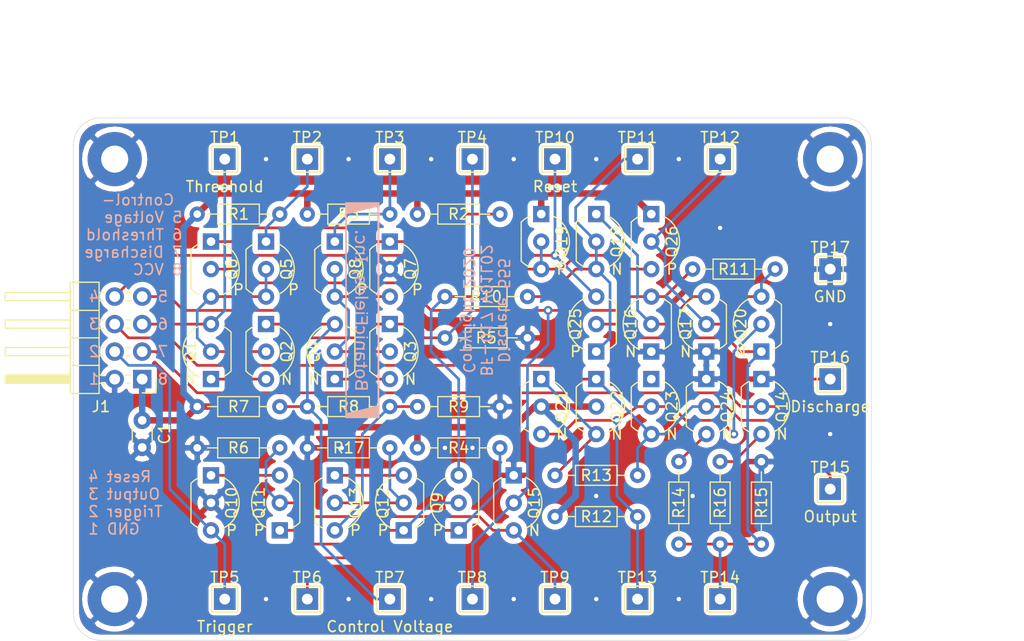
<source format=kicad_pcb>
(kicad_pcb (version 20171130) (host pcbnew "(5.1.6)-1")
  (title_block (title BF-017) (date 2020-06-20) (rev V01L02) (company "Copyright 2020 BotanicFields, Inc.") (comment 1 "Discrete 555"))
  (layers (0 F.Cu signal) (31 B.Cu signal) (34 B.Paste user) (35 F.Paste user) (36 B.SilkS user) (37 F.SilkS user) (38 B.Mask user) (39 F.Mask user) (44 Edge.Cuts user))
  (net 0 "")
  (net 1 GND)
  (net 2 /TRIGGER)
  (net 3 /OUTPUT)
  (net 4 /RESET)
  (net 5 /CONTROL_VOLTAGE)
  (net 6 /THRESHOLD)
  (net 7 /DISCHARGE)
  (net 8 VCC)
  (net 9 "Net-(Q1-Pad2)")
  (net 10 "Net-(Q1-Pad1)")
  (net 11 "Net-(Q2-Pad1)")
  (net 12 "Net-(Q3-Pad2)")
  (net 13 "Net-(Q3-Pad3)")
  (net 14 "Net-(Q5-Pad1)")
  (net 15 "Net-(Q15-Pad2)")
  (net 16 "Net-(Q6-Pad1)")
  (net 17 "Net-(Q8-Pad1)")
  (net 18 "Net-(Q19-Pad2)")
  (net 19 "Net-(Q11-Pad1)")
  (net 20 "Net-(Q9-Pad1)")
  (net 21 "Net-(Q10-Pad1)")
  (net 22 "Net-(Q11-Pad2)")
  (net 23 "Net-(Q12-Pad3)")
  (net 24 "Net-(Q13-Pad3)")
  (net 25 "Net-(Q14-Pad3)")
  (net 26 "Net-(Q16-Pad2)")
  (net 27 "Net-(Q17-Pad2)")
  (net 28 "Net-(Q18-Pad2)")
  (net 29 "Net-(Q20-Pad1)")
  (net 30 "Net-(Q20-Pad2)")
  (net 31 "Net-(Q21-Pad1)")
  (net 32 "Net-(Q23-Pad1)")
  (net 33 "Net-(Q24-Pad3)")
  (net 34 "Net-(Q12-Pad2)")
  (module BF:BF@logo3 (layer B.Cu) (at 153.67 96.52 90)
    (fp_text reference G*** hide)
    (fp_text value LOGO hide)
  )
  (module MountingHole:MountingHole_2.5mm_Pad (layer F.Cu) (at 130.81 82.55)
    (fp_text reference REF** hide)
    (fp_text value MountingHole_2.5mm_Pad hide)
    (pad 1 thru_hole circle (at 0 0) (size 5 5) (drill 2.5) (layers *.Cu *.Mask) (net 1 GND))
  )
  (module MountingHole:MountingHole_2.5mm_Pad (layer F.Cu) (at 196.85 82.55)
    (fp_text reference REF** hide)
    (fp_text value MountingHole_2.5mm_Pad hide)
    (pad 1 thru_hole circle (at 0 0) (size 5 5) (drill 2.5) (layers *.Cu *.Mask) (net 1 GND))
  )
  (module MountingHole:MountingHole_2.5mm_Pad (layer F.Cu) (at 196.85 123.19)
    (fp_text reference REF** hide)
    (fp_text value MountingHole_2.5mm_Pad hide)
    (pad 1 thru_hole circle (at 0 0) (size 5 5) (drill 2.5) (layers *.Cu *.Mask) (net 1 GND))
  )
  (module MountingHole:MountingHole_2.5mm_Pad (layer F.Cu) (at 130.81 123.19)
    (fp_text reference REF** hide)
    (fp_text value MountingHole_2.5mm_Pad hide)
    (pad 1 thru_hole circle (at 0 0) (size 5 5) (drill 2.5) (layers *.Cu *.Mask) (net 1 GND))
  )
  (module Package_TO_SOT_THT:TO-92_Inline_Wide (layer F.Cu) (at 180.34 87.63 270)
    (fp_text reference Q26 (at 2.54 -1.905 90) (layer F.SilkS))
    (fp_text value PNP)
    (pad 1 thru_hole rect (at 0 0) (size 1.5 1.5) (drill 0.8) (layers *.Cu *.Mask) (net 8 VCC))
    (pad 3 thru_hole circle (at 5.08 0) (size 1.5 1.5) (drill 0.8) (layers *.Cu *.Mask) (net 18 "Net-(Q19-Pad2)"))
    (pad 2 thru_hole circle (at 2.54 0) (size 1.5 1.5) (drill 0.8) (layers *.Cu *.Mask) (net 27 "Net-(Q17-Pad2)"))
  )
  (module Package_TO_SOT_THT:TO-92_Inline_Wide (layer F.Cu) (at 170.18 87.63 270)
    (fp_text reference Q19 (at 2.54 -1.905 90) (layer F.SilkS))
    (fp_text value PNP)
    (pad 2 thru_hole circle (at 2.54 0) (size 1.5 1.5) (drill 0.8) (layers *.Cu *.Mask) (net 18 "Net-(Q19-Pad2)"))
    (pad 3 thru_hole circle (at 5.08 0) (size 1.5 1.5) (drill 0.8) (layers *.Cu *.Mask) (net 18 "Net-(Q19-Pad2)"))
    (pad 1 thru_hole rect (at 0 0) (size 1.5 1.5) (drill 0.8) (layers *.Cu *.Mask) (net 8 VCC))
  )
  (module Package_TO_SOT_THT:TO-92_Inline_Wide (layer F.Cu) (at 162.56 116.84 90)
    (fp_text reference Q9 (at 2.54 -1.96 90) (layer F.SilkS))
    (fp_text value PNP)
    (pad 2 thru_hole circle (at 2.54 0 180) (size 1.5 1.5) (drill 0.8) (layers *.Cu *.Mask) (net 19 "Net-(Q11-Pad1)"))
    (pad 3 thru_hole circle (at 5.08 0 180) (size 1.5 1.5) (drill 0.8) (layers *.Cu *.Mask) (net 18 "Net-(Q19-Pad2)"))
    (pad 1 thru_hole rect (at 0 0 180) (size 1.5 1.5) (drill 0.8) (layers *.Cu *.Mask) (net 20 "Net-(Q9-Pad1)"))
  )
  (module Package_TO_SOT_THT:TO-92_Inline_Wide (layer F.Cu) (at 139.7 102.87 90)
    (fp_text reference Q1 (at 2.54 -1.905 90) (layer F.SilkS))
    (fp_text value NPN)
    (pad 2 thru_hole circle (at 2.54 0 180) (size 1.5 1.5) (drill 0.8) (layers *.Cu *.Mask) (net 9 "Net-(Q1-Pad2)"))
    (pad 3 thru_hole circle (at 5.08 0 180) (size 1.5 1.5) (drill 0.8) (layers *.Cu *.Mask) (net 6 /THRESHOLD))
    (pad 1 thru_hole rect (at 0 0 180) (size 1.5 1.5) (drill 0.8) (layers *.Cu *.Mask) (net 10 "Net-(Q1-Pad1)"))
  )
  (module Package_TO_SOT_THT:TO-92_Inline_Wide (layer F.Cu) (at 144.78 97.79 270)
    (fp_text reference Q2 (at 2.54 -1.905 90) (layer F.SilkS))
    (fp_text value NPN)
    (pad 2 thru_hole circle (at 2.54 0) (size 1.5 1.5) (drill 0.8) (layers *.Cu *.Mask) (net 9 "Net-(Q1-Pad2)"))
    (pad 3 thru_hole circle (at 5.08 0) (size 1.5 1.5) (drill 0.8) (layers *.Cu *.Mask) (net 10 "Net-(Q1-Pad1)"))
    (pad 1 thru_hole rect (at 0 0) (size 1.5 1.5) (drill 0.8) (layers *.Cu *.Mask) (net 11 "Net-(Q2-Pad1)"))
  )
  (module Package_TO_SOT_THT:TO-92_Inline_Wide (layer F.Cu) (at 156.21 97.79 270)
    (fp_text reference Q3 (at 2.54 -1.905 90) (layer F.SilkS))
    (fp_text value NPN)
    (pad 1 thru_hole rect (at 0 0) (size 1.5 1.5) (drill 0.8) (layers *.Cu *.Mask) (net 11 "Net-(Q2-Pad1)"))
    (pad 3 thru_hole circle (at 5.08 0) (size 1.5 1.5) (drill 0.8) (layers *.Cu *.Mask) (net 13 "Net-(Q3-Pad3)"))
    (pad 2 thru_hole circle (at 2.54 0) (size 1.5 1.5) (drill 0.8) (layers *.Cu *.Mask) (net 12 "Net-(Q3-Pad2)"))
  )
  (module Package_TO_SOT_THT:TO-92_Inline_Wide (layer F.Cu) (at 151.13 102.87 90)
    (fp_text reference Q4 (at 2.54 -1.905 90) (layer F.SilkS))
    (fp_text value NPN)
    (pad 1 thru_hole rect (at 0 0 180) (size 1.5 1.5) (drill 0.8) (layers *.Cu *.Mask) (net 13 "Net-(Q3-Pad3)"))
    (pad 3 thru_hole circle (at 5.08 0 180) (size 1.5 1.5) (drill 0.8) (layers *.Cu *.Mask) (net 5 /CONTROL_VOLTAGE))
    (pad 2 thru_hole circle (at 2.54 0 180) (size 1.5 1.5) (drill 0.8) (layers *.Cu *.Mask) (net 12 "Net-(Q3-Pad2)"))
  )
  (module Package_TO_SOT_THT:TO-92_Inline_Wide (layer F.Cu) (at 144.78 90.17 270)
    (fp_text reference Q5 (at 2.54 -1.905 90) (layer F.SilkS))
    (fp_text value PNP)
    (pad 2 thru_hole circle (at 2.54 0) (size 1.5 1.5) (drill 0.8) (layers *.Cu *.Mask) (net 9 "Net-(Q1-Pad2)"))
    (pad 3 thru_hole circle (at 5.08 0) (size 1.5 1.5) (drill 0.8) (layers *.Cu *.Mask) (net 9 "Net-(Q1-Pad2)"))
    (pad 1 thru_hole rect (at 0 0) (size 1.5 1.5) (drill 0.8) (layers *.Cu *.Mask) (net 14 "Net-(Q5-Pad1)"))
  )
  (module Package_TO_SOT_THT:TO-92_Inline_Wide (layer F.Cu) (at 139.7 90.17 270)
    (fp_text reference Q6 (at 2.54 -1.905 90) (layer F.SilkS))
    (fp_text value PNP)
    (pad 2 thru_hole circle (at 2.54 0) (size 1.5 1.5) (drill 0.8) (layers *.Cu *.Mask) (net 15 "Net-(Q15-Pad2)"))
    (pad 3 thru_hole circle (at 5.08 0) (size 1.5 1.5) (drill 0.8) (layers *.Cu *.Mask) (net 9 "Net-(Q1-Pad2)"))
    (pad 1 thru_hole rect (at 0 0) (size 1.5 1.5) (drill 0.8) (layers *.Cu *.Mask) (net 16 "Net-(Q6-Pad1)"))
  )
  (module Package_TO_SOT_THT:TO-92_Inline_Wide (layer F.Cu) (at 156.21 90.17 270)
    (fp_text reference Q7 (at 2.54 -1.905 90) (layer F.SilkS))
    (fp_text value PNP)
    (pad 2 thru_hole circle (at 2.54 0) (size 1.5 1.5) (drill 0.8) (layers *.Cu *.Mask) (net 1 GND))
    (pad 3 thru_hole circle (at 5.08 0) (size 1.5 1.5) (drill 0.8) (layers *.Cu *.Mask) (net 12 "Net-(Q3-Pad2)"))
    (pad 1 thru_hole rect (at 0 0) (size 1.5 1.5) (drill 0.8) (layers *.Cu *.Mask) (net 16 "Net-(Q6-Pad1)"))
  )
  (module Package_TO_SOT_THT:TO-92_Inline_Wide (layer F.Cu) (at 151.13 90.17 270)
    (fp_text reference Q8 (at 2.54 -1.905 90) (layer F.SilkS))
    (fp_text value PNP)
    (pad 1 thru_hole rect (at 0 0) (size 1.5 1.5) (drill 0.8) (layers *.Cu *.Mask) (net 17 "Net-(Q8-Pad1)"))
    (pad 3 thru_hole circle (at 5.08 0) (size 1.5 1.5) (drill 0.8) (layers *.Cu *.Mask) (net 12 "Net-(Q3-Pad2)"))
    (pad 2 thru_hole circle (at 2.54 0) (size 1.5 1.5) (drill 0.8) (layers *.Cu *.Mask) (net 12 "Net-(Q3-Pad2)"))
  )
  (module Package_TO_SOT_THT:TO-92_Inline_Wide (layer F.Cu) (at 139.7 111.76 270)
    (fp_text reference Q10 (at 2.54 -1.905 90) (layer F.SilkS))
    (fp_text value PNP)
    (pad 2 thru_hole circle (at 2.54 0) (size 1.5 1.5) (drill 0.8) (layers *.Cu *.Mask) (net 1 GND))
    (pad 3 thru_hole circle (at 5.08 0) (size 1.5 1.5) (drill 0.8) (layers *.Cu *.Mask) (net 2 /TRIGGER))
    (pad 1 thru_hole rect (at 0 0) (size 1.5 1.5) (drill 0.8) (layers *.Cu *.Mask) (net 21 "Net-(Q10-Pad1)"))
  )
  (module Package_TO_SOT_THT:TO-92_Inline_Wide (layer F.Cu) (at 146.05 116.84 90)
    (fp_text reference Q11 (at 2.54 -1.905 90) (layer F.SilkS))
    (fp_text value PNP)
    (pad 2 thru_hole circle (at 2.54 0 180) (size 1.5 1.5) (drill 0.8) (layers *.Cu *.Mask) (net 22 "Net-(Q11-Pad2)"))
    (pad 3 thru_hole circle (at 5.08 0 180) (size 1.5 1.5) (drill 0.8) (layers *.Cu *.Mask) (net 21 "Net-(Q10-Pad1)"))
    (pad 1 thru_hole rect (at 0 0 180) (size 1.5 1.5) (drill 0.8) (layers *.Cu *.Mask) (net 19 "Net-(Q11-Pad1)"))
  )
  (module Package_TO_SOT_THT:TO-92_Inline_Wide (layer F.Cu) (at 157.48 116.84 90)
    (fp_text reference Q12 (at 2.54 -1.905 90) (layer F.SilkS))
    (fp_text value PNP)
    (pad 1 thru_hole rect (at 0 0 180) (size 1.5 1.5) (drill 0.8) (layers *.Cu *.Mask) (net 19 "Net-(Q11-Pad1)"))
    (pad 3 thru_hole circle (at 5.08 0 180) (size 1.5 1.5) (drill 0.8) (layers *.Cu *.Mask) (net 23 "Net-(Q12-Pad3)"))
    (pad 2 thru_hole circle (at 2.54 0 180) (size 1.5 1.5) (drill 0.8) (layers *.Cu *.Mask) (net 34 "Net-(Q12-Pad2)"))
  )
  (module Package_TO_SOT_THT:TO-92_Inline_Wide (layer F.Cu) (at 151.13 111.76 270)
    (fp_text reference Q13 (at 2.54 -1.905 90) (layer F.SilkS))
    (fp_text value PNP)
    (pad 1 thru_hole rect (at 0 0) (size 1.5 1.5) (drill 0.8) (layers *.Cu *.Mask) (net 23 "Net-(Q12-Pad3)"))
    (pad 3 thru_hole circle (at 5.08 0) (size 1.5 1.5) (drill 0.8) (layers *.Cu *.Mask) (net 24 "Net-(Q13-Pad3)"))
    (pad 2 thru_hole circle (at 2.54 0) (size 1.5 1.5) (drill 0.8) (layers *.Cu *.Mask) (net 34 "Net-(Q12-Pad2)"))
  )
  (module Package_TO_SOT_THT:TO-92_Inline_Wide (layer F.Cu) (at 190.5 102.87 270)
    (fp_text reference Q14 (at 2.54 -1.905 90) (layer F.SilkS))
    (fp_text value NPN)
    (pad 1 thru_hole rect (at 0 0) (size 1.5 1.5) (drill 0.8) (layers *.Cu *.Mask) (net 1 GND))
    (pad 3 thru_hole circle (at 5.08 0) (size 1.5 1.5) (drill 0.8) (layers *.Cu *.Mask) (net 25 "Net-(Q14-Pad3)"))
    (pad 2 thru_hole circle (at 2.54 0) (size 1.5 1.5) (drill 0.8) (layers *.Cu *.Mask) (net 7 /DISCHARGE))
  )
  (module Package_TO_SOT_THT:TO-92_Inline_Wide (layer F.Cu) (at 167.64 111.76 270)
    (fp_text reference Q15 (at 2.54 -1.905 90) (layer F.SilkS))
    (fp_text value NPN)
    (pad 1 thru_hole rect (at 0 0) (size 1.5 1.5) (drill 0.8) (layers *.Cu *.Mask) (net 1 GND))
    (pad 3 thru_hole circle (at 5.08 0) (size 1.5 1.5) (drill 0.8) (layers *.Cu *.Mask) (net 22 "Net-(Q11-Pad2)"))
    (pad 2 thru_hole circle (at 2.54 0) (size 1.5 1.5) (drill 0.8) (layers *.Cu *.Mask) (net 15 "Net-(Q15-Pad2)"))
  )
  (module Package_TO_SOT_THT:TO-92_Inline_Wide (layer F.Cu) (at 180.34 100.33 90)
    (fp_text reference Q16 (at 2.54 -1.905 90) (layer F.SilkS))
    (fp_text value NPN)
    (pad 2 thru_hole circle (at 2.54 0 180) (size 1.5 1.5) (drill 0.8) (layers *.Cu *.Mask) (net 26 "Net-(Q16-Pad2)"))
    (pad 3 thru_hole circle (at 5.08 0 180) (size 1.5 1.5) (drill 0.8) (layers *.Cu *.Mask) (net 15 "Net-(Q15-Pad2)"))
    (pad 1 thru_hole rect (at 0 0 180) (size 1.5 1.5) (drill 0.8) (layers *.Cu *.Mask) (net 1 GND))
  )
  (module Package_TO_SOT_THT:TO-92_Inline_Wide (layer F.Cu) (at 185.42 100.33 90)
    (fp_text reference Q17 (at 2.54 -1.905 90) (layer F.SilkS))
    (fp_text value NPN)
    (pad 1 thru_hole rect (at 0 0 180) (size 1.5 1.5) (drill 0.8) (layers *.Cu *.Mask) (net 1 GND))
    (pad 3 thru_hole circle (at 5.08 0 180) (size 1.5 1.5) (drill 0.8) (layers *.Cu *.Mask) (net 26 "Net-(Q16-Pad2)"))
    (pad 2 thru_hole circle (at 2.54 0 180) (size 1.5 1.5) (drill 0.8) (layers *.Cu *.Mask) (net 27 "Net-(Q17-Pad2)"))
  )
  (module Package_TO_SOT_THT:TO-92_Inline_Wide (layer F.Cu) (at 175.26 87.63 270)
    (fp_text reference Q18 (at 2.54 -1.905 90) (layer F.SilkS))
    (fp_text value NPN)
    (pad 1 thru_hole rect (at 0 0) (size 1.5 1.5) (drill 0.8) (layers *.Cu *.Mask) (net 26 "Net-(Q16-Pad2)"))
    (pad 3 thru_hole circle (at 5.08 0) (size 1.5 1.5) (drill 0.8) (layers *.Cu *.Mask) (net 28 "Net-(Q18-Pad2)"))
    (pad 2 thru_hole circle (at 2.54 0) (size 1.5 1.5) (drill 0.8) (layers *.Cu *.Mask) (net 28 "Net-(Q18-Pad2)"))
  )
  (module Package_TO_SOT_THT:TO-92_Inline_Wide (layer F.Cu) (at 190.5 100.33 90)
    (fp_text reference Q20 (at 2.54 -1.905 90) (layer F.SilkS))
    (fp_text value NPN)
    (pad 2 thru_hole circle (at 2.54 0 180) (size 1.5 1.5) (drill 0.8) (layers *.Cu *.Mask) (net 30 "Net-(Q20-Pad2)"))
    (pad 3 thru_hole circle (at 5.08 0 180) (size 1.5 1.5) (drill 0.8) (layers *.Cu *.Mask) (net 27 "Net-(Q17-Pad2)"))
    (pad 1 thru_hole rect (at 0 0 180) (size 1.5 1.5) (drill 0.8) (layers *.Cu *.Mask) (net 29 "Net-(Q20-Pad1)"))
  )
  (module Package_TO_SOT_THT:TO-92_Inline_Wide (layer F.Cu) (at 180.34 102.87 270)
    (fp_text reference Q23 (at 2.54 -1.905 90) (layer F.SilkS))
    (fp_text value NPN)
    (pad 2 thru_hole circle (at 2.54 0) (size 1.5 1.5) (drill 0.8) (layers *.Cu *.Mask) (net 30 "Net-(Q20-Pad2)"))
    (pad 3 thru_hole circle (at 5.08 0) (size 1.5 1.5) (drill 0.8) (layers *.Cu *.Mask) (net 3 /OUTPUT))
    (pad 1 thru_hole rect (at 0 0) (size 1.5 1.5) (drill 0.8) (layers *.Cu *.Mask) (net 32 "Net-(Q23-Pad1)"))
  )
  (module Package_TO_SOT_THT:TO-92_Inline_Wide (layer F.Cu) (at 185.42 102.87 270)
    (fp_text reference Q24 (at 2.54 -1.905 90) (layer F.SilkS))
    (fp_text value NPN)
    (pad 1 thru_hole rect (at 0 0) (size 1.5 1.5) (drill 0.8) (layers *.Cu *.Mask) (net 1 GND))
    (pad 3 thru_hole circle (at 5.08 0) (size 1.5 1.5) (drill 0.8) (layers *.Cu *.Mask) (net 33 "Net-(Q24-Pad3)"))
    (pad 2 thru_hole circle (at 2.54 0) (size 1.5 1.5) (drill 0.8) (layers *.Cu *.Mask) (net 3 /OUTPUT))
  )
  (module Package_TO_SOT_THT:TO-92_Inline_Wide (layer F.Cu) (at 175.26 100.33 90)
    (fp_text reference Q25 (at 2.54 -1.905 90) (layer F.SilkS))
    (fp_text value PNP)
    (pad 1 thru_hole rect (at 0 0 180) (size 1.5 1.5) (drill 0.8) (layers *.Cu *.Mask) (net 28 "Net-(Q18-Pad2)"))
    (pad 3 thru_hole circle (at 5.08 0 180) (size 1.5 1.5) (drill 0.8) (layers *.Cu *.Mask) (net 4 /RESET))
    (pad 2 thru_hole circle (at 2.54 0 180) (size 1.5 1.5) (drill 0.8) (layers *.Cu *.Mask) (net 29 "Net-(Q20-Pad1)"))
  )
  (module TestPoint:TestPoint_THTPad_2.0x2.0mm_Drill1.0mm (layer F.Cu) (at 140.97 82.55)
    (fp_text reference TP1 (at 0 -1.998) (layer F.SilkS))
    (fp_text value TestPoint hide)
    (pad 1 thru_hole rect (at 0 0) (size 2 2) (drill 1) (layers *.Cu *.Mask) (net 6 /THRESHOLD))
  )
  (module TestPoint:TestPoint_THTPad_2.0x2.0mm_Drill1.0mm (layer F.Cu) (at 148.59 82.55)
    (fp_text reference TP2 (at 0 -1.998) (layer F.SilkS))
    (fp_text value TestPoint hide)
    (pad 1 thru_hole rect (at 0 0) (size 2 2) (drill 1) (layers *.Cu *.Mask) (net 14 "Net-(Q5-Pad1)"))
  )
  (module TestPoint:TestPoint_THTPad_2.0x2.0mm_Drill1.0mm (layer F.Cu) (at 156.21 82.55)
    (fp_text reference TP3 (at 0 -1.998) (layer F.SilkS))
    (fp_text value TestPoint hide)
    (pad 1 thru_hole rect (at 0 0) (size 2 2) (drill 1) (layers *.Cu *.Mask) (net 17 "Net-(Q8-Pad1)"))
  )
  (module TestPoint:TestPoint_THTPad_2.0x2.0mm_Drill1.0mm (layer F.Cu) (at 163.83 82.55)
    (fp_text reference TP4 (at 0 -1.998) (layer F.SilkS))
    (fp_text value TestPoint hide)
    (pad 1 thru_hole rect (at 0 0) (size 2 2) (drill 1) (layers *.Cu *.Mask) (net 11 "Net-(Q2-Pad1)"))
  )
  (module TestPoint:TestPoint_THTPad_2.0x2.0mm_Drill1.0mm (layer F.Cu) (at 140.97 123.19)
    (fp_text reference TP5 (at 0 -1.998) (layer F.SilkS))
    (fp_text value TestPoint hide)
    (pad 1 thru_hole rect (at 0 0) (size 2 2) (drill 1) (layers *.Cu *.Mask) (net 2 /TRIGGER))
  )
  (module TestPoint:TestPoint_THTPad_2.0x2.0mm_Drill1.0mm (layer F.Cu) (at 148.59 123.19)
    (fp_text reference TP6 (at 0 -1.998) (layer F.SilkS))
    (fp_text value TestPoint hide)
    (pad 1 thru_hole rect (at 0 0) (size 2 2) (drill 1) (layers *.Cu *.Mask) (net 20 "Net-(Q9-Pad1)"))
  )
  (module TestPoint:TestPoint_THTPad_2.0x2.0mm_Drill1.0mm (layer F.Cu) (at 156.21 123.19)
    (fp_text reference TP7 (at 0 -1.998) (layer F.SilkS))
    (fp_text value TestPoint hide)
    (pad 1 thru_hole rect (at 0 0) (size 2 2) (drill 1) (layers *.Cu *.Mask) (net 5 /CONTROL_VOLTAGE))
  )
  (module TestPoint:TestPoint_THTPad_2.0x2.0mm_Drill1.0mm (layer F.Cu) (at 163.83 123.19)
    (fp_text reference TP8 (at 0 -1.998) (layer F.SilkS))
    (fp_text value TestPoint hide)
    (pad 1 thru_hole rect (at 0 0) (size 2 2) (drill 1) (layers *.Cu *.Mask) (net 15 "Net-(Q15-Pad2)"))
  )
  (module TestPoint:TestPoint_THTPad_2.0x2.0mm_Drill1.0mm (layer F.Cu) (at 171.45 123.19)
    (fp_text reference TP9 (at 0 -1.998) (layer F.SilkS))
    (fp_text value TestPoint hide)
    (pad 1 thru_hole rect (at 0 0) (size 2 2) (drill 1) (layers *.Cu *.Mask) (net 22 "Net-(Q11-Pad2)"))
  )
  (module TestPoint:TestPoint_THTPad_2.0x2.0mm_Drill1.0mm (layer F.Cu) (at 171.45 82.55)
    (fp_text reference TP10 (at 0 -1.998) (layer F.SilkS))
    (fp_text value TestPoint hide)
    (pad 1 thru_hole rect (at 0 0) (size 2 2) (drill 1) (layers *.Cu *.Mask) (net 4 /RESET))
  )
  (module TestPoint:TestPoint_THTPad_2.0x2.0mm_Drill1.0mm (layer F.Cu) (at 179.07 82.55)
    (fp_text reference TP11 (at 0 -1.998) (layer F.SilkS))
    (fp_text value TestPoint hide)
    (pad 1 thru_hole rect (at 0 0) (size 2 2) (drill 1) (layers *.Cu *.Mask) (net 28 "Net-(Q18-Pad2)"))
  )
  (module TestPoint:TestPoint_THTPad_2.0x2.0mm_Drill1.0mm (layer F.Cu) (at 186.69 82.55)
    (fp_text reference TP12 (at 0 -1.998) (layer F.SilkS))
    (fp_text value TestPoint hide)
    (pad 1 thru_hole rect (at 0 0) (size 2 2) (drill 1) (layers *.Cu *.Mask) (net 27 "Net-(Q17-Pad2)"))
  )
  (module TestPoint:TestPoint_THTPad_2.0x2.0mm_Drill1.0mm (layer F.Cu) (at 179.07 123.19)
    (fp_text reference TP13 (at 0 -1.998) (layer F.SilkS))
    (fp_text value TestPoint hide)
    (pad 1 thru_hole rect (at 0 0) (size 2 2) (drill 1) (layers *.Cu *.Mask) (net 30 "Net-(Q20-Pad2)"))
  )
  (module TestPoint:TestPoint_THTPad_2.0x2.0mm_Drill1.0mm (layer F.Cu) (at 186.69 123.19)
    (fp_text reference TP14 (at 0 -1.998) (layer F.SilkS))
    (fp_text value TestPoint hide)
    (pad 1 thru_hole rect (at 0 0) (size 2 2) (drill 1) (layers *.Cu *.Mask) (net 29 "Net-(Q20-Pad1)"))
  )
  (module TestPoint:TestPoint_THTPad_2.0x2.0mm_Drill1.0mm (layer F.Cu) (at 196.85 113.03)
    (fp_text reference TP15 (at 0 -1.998) (layer F.SilkS))
    (fp_text value TestPoint hide)
    (pad 1 thru_hole rect (at 0 0) (size 2 2) (drill 1) (layers *.Cu *.Mask) (net 3 /OUTPUT))
  )
  (module TestPoint:TestPoint_THTPad_2.0x2.0mm_Drill1.0mm (layer F.Cu) (at 196.85 102.87)
    (fp_text reference TP16 (at 0 -1.998) (layer F.SilkS))
    (fp_text value TestPoint hide)
    (pad 1 thru_hole rect (at 0 0) (size 2 2) (drill 1) (layers *.Cu *.Mask) (net 7 /DISCHARGE))
  )
  (module Connector_PinHeader_2.54mm:PinHeader_2x04_P2.54mm_Horizontal (layer F.Cu) (at 133.35 102.87 180)
    (fp_text reference J1 (at 3.81 -2.54) (layer F.SilkS))
    (fp_text value 555 hide)
    (pad 1 thru_hole rect (at 0 0 180) (size 1.7 1.7) (drill 1) (layers *.Cu *.Mask) (net 8 VCC))
    (pad 2 thru_hole oval (at 2.54 0 180) (size 1.7 1.7) (drill 1) (layers *.Cu *.Mask) (net 1 GND))
    (pad 3 thru_hole oval (at 0 2.54 180) (size 1.7 1.7) (drill 1) (layers *.Cu *.Mask) (net 7 /DISCHARGE))
    (pad 4 thru_hole oval (at 2.54 2.54 180) (size 1.7 1.7) (drill 1) (layers *.Cu *.Mask) (net 2 /TRIGGER))
    (pad 5 thru_hole oval (at 0 5.08 180) (size 1.7 1.7) (drill 1) (layers *.Cu *.Mask) (net 6 /THRESHOLD))
    (pad 6 thru_hole oval (at 2.54 5.08 180) (size 1.7 1.7) (drill 1) (layers *.Cu *.Mask) (net 3 /OUTPUT))
    (pad 7 thru_hole oval (at 0 7.62 180) (size 1.7 1.7) (drill 1) (layers *.Cu *.Mask) (net 5 /CONTROL_VOLTAGE))
    (pad 8 thru_hole oval (at 2.54 7.62 180) (size 1.7 1.7) (drill 1) (layers *.Cu *.Mask) (net 4 /RESET))
  )
  (module Resistor_THT:R_Axial_DIN0204_L3.6mm_D1.6mm_P7.62mm_Horizontal (layer F.Cu) (at 138.43 87.63)
    (fp_text reference R1 (at 3.81 0) (layer F.SilkS))
    (fp_text value 4.7k)
    (pad 2 thru_hole oval (at 7.62 0) (size 1.4 1.4) (drill 0.7) (layers *.Cu *.Mask) (net 14 "Net-(Q5-Pad1)"))
    (pad 1 thru_hole circle (at 0 0) (size 1.4 1.4) (drill 0.7) (layers *.Cu *.Mask) (net 8 VCC))
  )
  (module Resistor_THT:R_Axial_DIN0204_L3.6mm_D1.6mm_P7.62mm_Horizontal (layer F.Cu) (at 158.75 87.63)
    (fp_text reference R2 (at 3.81 0) (layer F.SilkS))
    (fp_text value 820)
    (pad 1 thru_hole circle (at 0 0) (size 1.4 1.4) (drill 0.7) (layers *.Cu *.Mask) (net 8 VCC))
    (pad 2 thru_hole oval (at 7.62 0) (size 1.4 1.4) (drill 0.7) (layers *.Cu *.Mask) (net 16 "Net-(Q6-Pad1)"))
  )
  (module Resistor_THT:R_Axial_DIN0204_L3.6mm_D1.6mm_P7.62mm_Horizontal (layer F.Cu) (at 148.59 87.63)
    (fp_text reference R3 (at 3.81 0) (layer F.SilkS))
    (fp_text value 4.7k)
    (pad 2 thru_hole oval (at 7.62 0) (size 1.4 1.4) (drill 0.7) (layers *.Cu *.Mask) (net 17 "Net-(Q8-Pad1)"))
    (pad 1 thru_hole circle (at 0 0) (size 1.4 1.4) (drill 0.7) (layers *.Cu *.Mask) (net 8 VCC))
  )
  (module Resistor_THT:R_Axial_DIN0204_L3.6mm_D1.6mm_P7.62mm_Horizontal (layer F.Cu) (at 158.75 109.22)
    (fp_text reference R4 (at 3.81 0) (layer F.SilkS))
    (fp_text value 1k)
    (pad 1 thru_hole circle (at 0 0) (size 1.4 1.4) (drill 0.7) (layers *.Cu *.Mask) (net 8 VCC))
    (pad 2 thru_hole oval (at 7.62 0) (size 1.4 1.4) (drill 0.7) (layers *.Cu *.Mask) (net 20 "Net-(Q9-Pad1)"))
  )
  (module Resistor_THT:R_Axial_DIN0204_L3.6mm_D1.6mm_P7.62mm_Horizontal (layer F.Cu) (at 161.29 99.06)
    (fp_text reference R5 (at 3.81 0) (layer F.SilkS))
    (fp_text value 10k)
    (pad 1 thru_hole circle (at 0 0) (size 1.4 1.4) (drill 0.7) (layers *.Cu *.Mask) (net 11 "Net-(Q2-Pad1)"))
    (pad 2 thru_hole oval (at 7.62 0) (size 1.4 1.4) (drill 0.7) (layers *.Cu *.Mask) (net 1 GND))
  )
  (module Resistor_THT:R_Axial_DIN0204_L3.6mm_D1.6mm_P7.62mm_Horizontal (layer F.Cu) (at 146.05 109.22 180)
    (fp_text reference R6 (at 3.81 0) (layer F.SilkS))
    (fp_text value 100k)
    (pad 2 thru_hole oval (at 7.62 0 180) (size 1.4 1.4) (drill 0.7) (layers *.Cu *.Mask) (net 1 GND))
    (pad 1 thru_hole circle (at 0 0 180) (size 1.4 1.4) (drill 0.7) (layers *.Cu *.Mask) (net 22 "Net-(Q11-Pad2)"))
  )
  (module Resistor_THT:R_Axial_DIN0204_L3.6mm_D1.6mm_P7.62mm_Horizontal (layer F.Cu) (at 138.43 105.41)
    (fp_text reference R7 (at 3.81 0) (layer F.SilkS))
    (fp_text value 5k)
    (pad 2 thru_hole oval (at 7.62 0) (size 1.4 1.4) (drill 0.7) (layers *.Cu *.Mask) (net 5 /CONTROL_VOLTAGE))
    (pad 1 thru_hole circle (at 0 0) (size 1.4 1.4) (drill 0.7) (layers *.Cu *.Mask) (net 8 VCC))
  )
  (module Resistor_THT:R_Axial_DIN0204_L3.6mm_D1.6mm_P7.62mm_Horizontal (layer F.Cu) (at 148.59 105.41)
    (fp_text reference R8 (at 3.81 0) (layer F.SilkS))
    (fp_text value 5k)
    (pad 1 thru_hole circle (at 0 0) (size 1.4 1.4) (drill 0.7) (layers *.Cu *.Mask) (net 5 /CONTROL_VOLTAGE))
    (pad 2 thru_hole oval (at 7.62 0) (size 1.4 1.4) (drill 0.7) (layers *.Cu *.Mask) (net 24 "Net-(Q13-Pad3)"))
  )
  (module Resistor_THT:R_Axial_DIN0204_L3.6mm_D1.6mm_P7.62mm_Horizontal (layer F.Cu) (at 158.75 105.41)
    (fp_text reference R9 (at 3.81 0) (layer F.SilkS))
    (fp_text value 5k)
    (pad 2 thru_hole oval (at 7.62 0) (size 1.4 1.4) (drill 0.7) (layers *.Cu *.Mask) (net 1 GND))
    (pad 1 thru_hole circle (at 0 0) (size 1.4 1.4) (drill 0.7) (layers *.Cu *.Mask) (net 24 "Net-(Q13-Pad3)"))
  )
  (module Resistor_THT:R_Axial_DIN0204_L3.6mm_D1.6mm_P7.62mm_Horizontal (layer F.Cu) (at 161.29 95.25)
    (fp_text reference R10 (at 3.81 0) (layer F.SilkS))
    (fp_text value 10k)
    (pad 2 thru_hole oval (at 7.62 0) (size 1.4 1.4) (drill 0.7) (layers *.Cu *.Mask) (net 28 "Net-(Q18-Pad2)"))
    (pad 1 thru_hole circle (at 0 0) (size 1.4 1.4) (drill 0.7) (layers *.Cu *.Mask) (net 18 "Net-(Q19-Pad2)"))
  )
  (module Resistor_THT:R_Axial_DIN0204_L3.6mm_D1.6mm_P7.62mm_Horizontal (layer F.Cu) (at 184.15 92.71)
    (fp_text reference R11 (at 3.81 0) (layer F.SilkS))
    (fp_text value 4.7k)
    (pad 1 thru_hole circle (at 0 0) (size 1.4 1.4) (drill 0.7) (layers *.Cu *.Mask) (net 15 "Net-(Q15-Pad2)"))
    (pad 2 thru_hole oval (at 7.62 0) (size 1.4 1.4) (drill 0.7) (layers *.Cu *.Mask) (net 27 "Net-(Q17-Pad2)"))
  )
  (module Resistor_THT:R_Axial_DIN0204_L3.6mm_D1.6mm_P7.62mm_Horizontal (layer F.Cu) (at 171.45 115.57)
    (fp_text reference R12 (at 3.81 0) (layer F.SilkS))
    (fp_text value 6.8k)
    (pad 2 thru_hole oval (at 7.62 0) (size 1.4 1.4) (drill 0.7) (layers *.Cu *.Mask) (net 30 "Net-(Q20-Pad2)"))
    (pad 1 thru_hole circle (at 0 0) (size 1.4 1.4) (drill 0.7) (layers *.Cu *.Mask) (net 8 VCC))
  )
  (module Resistor_THT:R_Axial_DIN0204_L3.6mm_D1.6mm_P7.62mm_Horizontal (layer F.Cu) (at 171.45 111.76)
    (fp_text reference R13 (at 3.81 0) (layer F.SilkS))
    (fp_text value 3.9k)
    (pad 1 thru_hole circle (at 0 0) (size 1.4 1.4) (drill 0.7) (layers *.Cu *.Mask) (net 31 "Net-(Q21-Pad1)"))
    (pad 2 thru_hole oval (at 7.62 0) (size 1.4 1.4) (drill 0.7) (layers *.Cu *.Mask) (net 3 /OUTPUT))
  )
  (module Resistor_THT:R_Axial_DIN0204_L3.6mm_D1.6mm_P7.62mm_Horizontal (layer F.Cu) (at 182.88 110.49 270)
    (fp_text reference R14 (at 3.81 0 90) (layer F.SilkS))
    (fp_text value 220)
    (pad 1 thru_hole circle (at 0 0 270) (size 1.4 1.4) (drill 0.7) (layers *.Cu *.Mask) (net 33 "Net-(Q24-Pad3)"))
    (pad 2 thru_hole oval (at 7.62 0 270) (size 1.4 1.4) (drill 0.7) (layers *.Cu *.Mask) (net 29 "Net-(Q20-Pad1)"))
  )
  (module Resistor_THT:R_Axial_DIN0204_L3.6mm_D1.6mm_P7.62mm_Horizontal (layer F.Cu) (at 190.5 118.11 90)
    (fp_text reference R15 (at 3.81 0 90) (layer F.SilkS))
    (fp_text value 4.7k)
    (pad 2 thru_hole oval (at 7.62 0 90) (size 1.4 1.4) (drill 0.7) (layers *.Cu *.Mask) (net 1 GND))
    (pad 1 thru_hole circle (at 0 0 90) (size 1.4 1.4) (drill 0.7) (layers *.Cu *.Mask) (net 29 "Net-(Q20-Pad1)"))
  )
  (module Resistor_THT:R_Axial_DIN0204_L3.6mm_D1.6mm_P7.62mm_Horizontal (layer F.Cu) (at 186.69 110.49 270)
    (fp_text reference R16 (at 3.81 0 90) (layer F.SilkS))
    (fp_text value 100)
    (pad 1 thru_hole circle (at 0 0 270) (size 1.4 1.4) (drill 0.7) (layers *.Cu *.Mask) (net 25 "Net-(Q14-Pad3)"))
    (pad 2 thru_hole oval (at 7.62 0 270) (size 1.4 1.4) (drill 0.7) (layers *.Cu *.Mask) (net 29 "Net-(Q20-Pad1)"))
  )
  (module Resistor_THT:R_Axial_DIN0204_L3.6mm_D1.6mm_P7.62mm_Horizontal (layer F.Cu) (at 156.21 109.22 180)
    (fp_text reference R17 (at 3.81 0) (layer F.SilkS))
    (fp_text value 0)
    (pad 1 thru_hole circle (at 0 0 180) (size 1.4 1.4) (drill 0.7) (layers *.Cu *.Mask) (net 34 "Net-(Q12-Pad2)"))
    (pad 2 thru_hole oval (at 7.62 0 180) (size 1.4 1.4) (drill 0.7) (layers *.Cu *.Mask) (net 1 GND))
  )
  (module Package_TO_SOT_THT:TO-92_Inline_Wide (layer F.Cu) (at 170.18 102.87 270)
    (fp_text reference Q21 (at 2.54 -1.905 90) (layer F.SilkS))
    (fp_text value NPN)
    (pad 2 thru_hole circle (at 2.54 0) (size 1.5 1.5) (drill 0.8) (layers *.Cu *.Mask) (net 8 VCC))
    (pad 3 thru_hole circle (at 5.08 0) (size 1.5 1.5) (drill 0.8) (layers *.Cu *.Mask) (net 30 "Net-(Q20-Pad2)"))
    (pad 1 thru_hole rect (at 0 0) (size 1.5 1.5) (drill 0.8) (layers *.Cu *.Mask) (net 31 "Net-(Q21-Pad1)"))
  )
  (module Package_TO_SOT_THT:TO-92_Inline_Wide (layer F.Cu) (at 175.26 102.87 270)
    (fp_text reference Q22 (at 2.54 -1.905 90) (layer F.SilkS))
    (fp_text value NPN)
    (pad 1 thru_hole rect (at 0 0) (size 1.5 1.5) (drill 0.8) (layers *.Cu *.Mask) (net 3 /OUTPUT))
    (pad 3 thru_hole circle (at 5.08 0) (size 1.5 1.5) (drill 0.8) (layers *.Cu *.Mask) (net 31 "Net-(Q21-Pad1)"))
    (pad 2 thru_hole circle (at 2.54 0) (size 1.5 1.5) (drill 0.8) (layers *.Cu *.Mask) (net 8 VCC))
  )
  (module Capacitor_THT:C_Disc_D3.0mm_W1.6mm_P2.50mm (layer F.Cu) (at 133.35 106.68 270)
    (fp_text reference C1 (at 1.25 -2.05 90) (layer F.SilkS))
    (fp_text value 100n)
    (pad 1 thru_hole circle (at 0 0 270) (size 1.6 1.6) (drill 0.8) (layers *.Cu *.Mask) (net 8 VCC))
    (pad 2 thru_hole circle (at 2.5 0 270) (size 1.6 1.6) (drill 0.8) (layers *.Cu *.Mask) (net 1 GND))
  )
  (module TestPoint:TestPoint_THTPad_2.0x2.0mm_Drill1.0mm (layer F.Cu) (at 196.85 92.71)
    (fp_text reference TP17 (at 0 -1.998) (layer F.SilkS))
    (fp_text value TestPoint hide)
    (pad 1 thru_hole rect (at 0 0) (size 2 2) (drill 1) (layers *.Cu *.Mask) (net 1 GND))
  )
  (gr_text 8 (at 135.255 102.87) (layer B.SilkS) (effects (font (size 1 1)) (justify mirror)))
  (gr_text 7 (at 135.255 100.33) (layer B.SilkS) (effects (font (size 1 1)) (justify mirror)))
  (gr_text 6 (at 135.255 97.79) (layer B.SilkS) (effects (font (size 1 1)) (justify mirror)))
  (gr_text 5 (at 135.255 95.25) (layer B.SilkS) (effects (font (size 1 1)) (justify mirror)))
  (gr_text 4 (at 128.905 95.25) (layer B.SilkS) (effects (font (size 1 1)) (justify mirror)))
  (gr_text 3 (at 128.905 97.79) (layer B.SilkS) (effects (font (size 1 1)) (justify mirror)))
  (gr_text 2 (at 128.905 100.33) (layer B.SilkS) (effects (font (size 1 1)) (justify mirror)))
  (gr_text 1 (at 128.905 102.87) (layer B.SilkS) (effects (font (size 1 1)) (justify mirror)))
  (gr_text " Control-\n5 Voltage\n6 Threshold\n7 Discharge\n8 VCC" (at 137.16 89.535) (layer B.SilkS) (effects (font (size 1 1)) (justify left mirror)))
  (gr_text "Reset 4\nOutput 3\nTrigger 2\nGND 1" (at 128.27 114.3) (layer B.SilkS) (effects (font (size 1 1)) (justify right mirror)))
  (gr_arc (start 129.54 124.46) (end 127 124.46) (angle -90) (layer Edge.Cuts) (width 0.05))
  (gr_arc (start 198.12 124.46) (end 198.12 127) (angle -90) (layer Edge.Cuts) (width 0.05))
  (gr_arc (start 198.12 81.28) (end 200.66 81.28) (angle -90) (layer Edge.Cuts) (width 0.05))
  (gr_arc (start 129.54 81.28) (end 129.54 78.74) (angle -90) (layer Edge.Cuts) (width 0.05))
  (gr_line (start 127 124.46) (end 127 81.28) (layer Edge.Cuts) (width 0.05))
  (gr_line (start 198.12 127) (end 129.54 127) (layer Edge.Cuts) (width 0.05))
  (gr_line (start 200.66 81.28) (end 200.66 124.46) (layer Edge.Cuts) (width 0.05))
  (gr_line (start 129.54 78.74) (end 198.12 78.74) (layer Edge.Cuts) (width 0.05))
  (gr_text "Discrete 555\nBF-017 V01L02\nCopyright 2020" (at 165.1 96.52 270) (layer B.SilkS) (effects (font (size 1 1)) (justify mirror)))
  (gr_text GND (at 196.85 95.25) (layer F.SilkS) (effects (font (size 1 1))))
  (gr_text Discharge (at 196.85 105.41) (layer F.SilkS) (effects (font (size 1 1))))
  (gr_text Output (at 196.85 115.57) (layer F.SilkS) (effects (font (size 1 1))))
  (gr_text "Control Voltage" (at 156.21 125.73) (layer F.SilkS) (effects (font (size 1 1))))
  (gr_text Reset (at 171.45 85.09) (layer F.SilkS) (effects (font (size 1 1))))
  (gr_text Trigger (at 140.97 125.73) (layer F.SilkS) (effects (font (size 1 1))))
  (gr_text Threshold (at 140.97 85.09) (layer F.SilkS) (effects (font (size 1 1))))
  (gr_text N (at 169.545 116.84) (layer F.SilkS) (effects (font (size 1 1))))
  (gr_text N (at 172.085 107.95) (layer F.SilkS) (effects (font (size 1 1))))
  (gr_text N (at 177.165 107.95) (layer F.SilkS) (effects (font (size 1 1))))
  (gr_text N (at 182.245 107.95) (layer F.SilkS) (effects (font (size 1 1))))
  (gr_text N (at 187.325 107.95) (layer F.SilkS) (effects (font (size 1 1))))
  (gr_text N (at 192.405 107.95) (layer F.SilkS) (effects (font (size 1 1))))
  (gr_text N (at 183.515 100.33) (layer F.SilkS) (effects (font (size 1 1))))
  (gr_text N (at 178.435 100.33) (layer F.SilkS) (effects (font (size 1 1))))
  (gr_text N (at 177.165 92.71) (layer F.SilkS) (effects (font (size 1 1))))
  (gr_text P (at 182.245 92.71) (layer F.SilkS) (effects (font (size 1 1))))
  (gr_text P (at 172.085 92.71) (layer F.SilkS) (effects (font (size 1 1))))
  (gr_text P (at 173.355 100.33) (layer F.SilkS) (effects (font (size 1 1))))
  (gr_text P (at 160.655 116.84) (layer F.SilkS) (effects (font (size 1 1))))
  (gr_text P (at 155.575 116.84) (layer F.SilkS) (effects (font (size 1 1))))
  (gr_text P (at 153.035 116.84) (layer F.SilkS) (effects (font (size 1 1))))
  (gr_text P (at 144.145 116.84) (layer F.SilkS) (effects (font (size 1 1))))
  (gr_text P (at 141.605 116.84) (layer F.SilkS) (effects (font (size 1 1))))
  (gr_text N (at 137.795 102.87) (layer F.SilkS) (effects (font (size 1 1))))
  (gr_text N (at 188.595 100.33) (layer F.SilkS) (effects (font (size 1 1))))
  (gr_text N (at 146.685 102.87) (layer F.SilkS) (effects (font (size 1 1))))
  (gr_text N (at 149.225 102.87) (layer F.SilkS) (effects (font (size 1 1))))
  (gr_text N (at 158.115 102.87) (layer F.SilkS) (effects (font (size 1 1))))
  (gr_text P (at 158.75 94.615) (layer F.SilkS) (effects (font (size 1 1))))
  (gr_text P (at 153.67 94.615) (layer F.SilkS) (effects (font (size 1 1))))
  (gr_text P (at 147.32 94.615) (layer F.SilkS) (effects (font (size 1 1))))
  (gr_text P (at 142.24 94.615) (layer F.SilkS) (effects (font (size 1 1))))
  (via (at 151.765 109.22) (size 0.8) (drill 0.4) (layers F.Cu B.Cu) (net 1))
  (via (at 161.29 109.22) (size 0.8) (drill 0.4) (layers F.Cu B.Cu) (net 1))
  (via (at 163.83 109.22) (size 0.8) (drill 0.4) (layers F.Cu B.Cu) (net 1))
  (via (at 167.64 123.19) (size 0.8) (drill 0.4) (layers F.Cu B.Cu) (net 1))
  (via (at 160.02 123.19) (size 0.8) (drill 0.4) (layers F.Cu B.Cu) (net 1))
  (via (at 152.4 123.19) (size 0.8) (drill 0.4) (layers F.Cu B.Cu) (net 1))
  (via (at 144.78 123.19) (size 0.8) (drill 0.4) (layers F.Cu B.Cu) (net 1))
  (via (at 175.26 123.19) (size 0.8) (drill 0.4) (layers F.Cu B.Cu) (net 1))
  (via (at 182.88 123.19) (size 0.8) (drill 0.4) (layers F.Cu B.Cu) (net 1))
  (via (at 196.85 107.95) (size 0.8) (drill 0.4) (layers F.Cu B.Cu) (net 1))
  (via (at 196.85 97.79) (size 0.8) (drill 0.4) (layers F.Cu B.Cu) (net 1))
  (via (at 182.88 82.55) (size 0.8) (drill 0.4) (layers F.Cu B.Cu) (net 1))
  (via (at 175.26 82.55) (size 0.8) (drill 0.4) (layers F.Cu B.Cu) (net 1))
  (via (at 167.64 82.55) (size 0.8) (drill 0.4) (layers F.Cu B.Cu) (net 1))
  (via (at 160.02 82.55) (size 0.8) (drill 0.4) (layers F.Cu B.Cu) (net 1))
  (via (at 152.4 82.55) (size 0.8) (drill 0.4) (layers F.Cu B.Cu) (net 1))
  (via (at 144.78 82.55) (size 0.8) (drill 0.4) (layers F.Cu B.Cu) (net 1))
  (via (at 186.69 88.9) (size 0.8) (drill 0.4) (layers F.Cu B.Cu) (net 1))
  (via (at 184.15 113.665) (size 0.8) (drill 0.4) (layers F.Cu B.Cu) (net 1))
  (via (at 175.26 113.665) (size 0.8) (drill 0.4) (layers F.Cu B.Cu) (net 1))
  (segment (start 140.97 118.11) (end 139.7 116.84) (width 0.25) (layer B.Cu) (net 2))
  (segment (start 140.97 123.19) (end 140.97 118.11) (width 0.25) (layer B.Cu) (net 2))
  (segment (start 135.89 113.03) (end 139.7 116.84) (width 0.25) (layer B.Cu) (net 2))
  (segment (start 132.08 101.6) (end 134.62 101.6) (width 0.25) (layer B.Cu) (net 2))
  (segment (start 135.89 102.87) (end 135.89 113.03) (width 0.25) (layer B.Cu) (net 2))
  (segment (start 134.62 101.6) (end 135.89 102.87) (width 0.25) (layer B.Cu) (net 2))
  (segment (start 130.81 100.33) (end 132.08 101.6) (width 0.25) (layer B.Cu) (net 2))
  (segment (start 175.26 102.87) (end 180.34 107.95) (width 0.25) (layer B.Cu) (net 3))
  (segment (start 187.325 105.41) (end 188.595 106.68) (width 0.25) (layer F.Cu) (net 3))
  (segment (start 185.42 105.41) (end 187.325 105.41) (width 0.25) (layer F.Cu) (net 3))
  (segment (start 180.34 107.95) (end 181.61 107.95) (width 0.25) (layer B.Cu) (net 3))
  (segment (start 184.15 105.41) (end 185.42 105.41) (width 0.25) (layer B.Cu) (net 3))
  (segment (start 181.61 107.95) (end 184.15 105.41) (width 0.25) (layer B.Cu) (net 3))
  (segment (start 179.07 109.22) (end 180.34 107.95) (width 0.25) (layer B.Cu) (net 3))
  (segment (start 179.07 111.76) (end 179.07 109.22) (width 0.25) (layer B.Cu) (net 3))
  (segment (start 188.595 106.68) (end 191.77 106.68) (width 0.25) (layer F.Cu) (net 3))
  (segment (start 173.355 102.87) (end 175.26 102.87) (width 0.25) (layer F.Cu) (net 3))
  (segment (start 172.085 101.6) (end 173.355 102.87) (width 0.25) (layer F.Cu) (net 3))
  (segment (start 130.81 97.79) (end 132.08 99.06) (width 0.25) (layer F.Cu) (net 3))
  (segment (start 132.08 99.06) (end 135.89 99.06) (width 0.25) (layer F.Cu) (net 3))
  (segment (start 135.89 99.06) (end 138.43 101.6) (width 0.25) (layer F.Cu) (net 3))
  (segment (start 138.43 101.6) (end 172.085 101.6) (width 0.25) (layer F.Cu) (net 3))
  (segment (start 196.85 113.03) (end 196.85 111.76) (width 0.25) (layer F.Cu) (net 3))
  (segment (start 195.58 110.49) (end 194.31 109.22) (width 0.25) (layer F.Cu) (net 3))
  (segment (start 196.85 111.76) (end 194.31 109.22) (width 0.25) (layer F.Cu) (net 3))
  (segment (start 194.31 109.22) (end 191.77 106.68) (width 0.25) (layer F.Cu) (net 3))
  (segment (start 171.45 91.44) (end 175.26 95.25) (width 0.25) (layer B.Cu) (net 4))
  (segment (start 171.45 82.55) (end 171.45 91.44) (width 0.25) (layer B.Cu) (net 4))
  (via (at 171.45 91.44) (size 0.8) (drill 0.4) (layers F.Cu B.Cu) (net 4))
  (segment (start 134.62 91.44) (end 130.81 95.25) (width 0.25) (layer F.Cu) (net 4))
  (segment (start 171.45 91.44) (end 134.62 91.44) (width 0.25) (layer F.Cu) (net 4))
  (segment (start 146.05 105.41) (end 148.59 105.41) (width 0.25) (layer F.Cu) (net 5))
  (segment (start 148.59 100.33) (end 148.59 105.41) (width 0.25) (layer B.Cu) (net 5))
  (segment (start 151.13 97.79) (end 148.59 100.33) (width 0.25) (layer B.Cu) (net 5))
  (segment (start 148.59 105.41) (end 149.86 106.68) (width 0.25) (layer B.Cu) (net 5))
  (segment (start 154.94 123.19) (end 149.86 118.11) (width 0.25) (layer B.Cu) (net 5))
  (segment (start 156.21 123.19) (end 154.94 123.19) (width 0.25) (layer B.Cu) (net 5))
  (segment (start 149.86 106.68) (end 149.86 118.11) (width 0.25) (layer B.Cu) (net 5))
  (segment (start 149.225 97.79) (end 151.13 97.79) (width 0.25) (layer F.Cu) (net 5))
  (segment (start 147.955 96.52) (end 149.225 97.79) (width 0.25) (layer F.Cu) (net 5))
  (segment (start 137.16 96.52) (end 147.955 96.52) (width 0.25) (layer F.Cu) (net 5))
  (segment (start 135.89 95.25) (end 137.16 96.52) (width 0.25) (layer F.Cu) (net 5))
  (segment (start 133.35 95.25) (end 135.89 95.25) (width 0.25) (layer F.Cu) (net 5))
  (segment (start 140.97 96.52) (end 140.97 82.55) (width 0.25) (layer B.Cu) (net 6))
  (segment (start 139.7 97.79) (end 140.97 96.52) (width 0.25) (layer B.Cu) (net 6))
  (segment (start 133.35 97.79) (end 139.7 97.79) (width 0.25) (layer F.Cu) (net 6))
  (segment (start 190.5 105.41) (end 191.77 105.41) (width 0.25) (layer F.Cu) (net 7))
  (segment (start 188.595 105.41) (end 190.5 105.41) (width 0.25) (layer F.Cu) (net 7))
  (segment (start 187.325 104.14) (end 188.595 105.41) (width 0.25) (layer F.Cu) (net 7))
  (segment (start 133.35 100.33) (end 134.62 100.33) (width 0.25) (layer F.Cu) (net 7))
  (segment (start 134.62 100.33) (end 138.43 104.14) (width 0.25) (layer F.Cu) (net 7))
  (segment (start 138.43 104.14) (end 187.325 104.14) (width 0.25) (layer F.Cu) (net 7))
  (segment (start 194.31 102.87) (end 196.85 102.87) (width 0.25) (layer F.Cu) (net 7))
  (segment (start 191.77 105.41) (end 194.31 102.87) (width 0.25) (layer F.Cu) (net 7))
  (segment (start 175.26 105.41) (end 170.18 105.41) (width 0.6) (layer F.Cu) (net 8))
  (segment (start 170.18 105.41) (end 173.355 108.585) (width 0.6) (layer B.Cu) (net 8))
  (segment (start 173.355 113.665) (end 171.45 115.57) (width 0.6) (layer B.Cu) (net 8))
  (segment (start 173.355 108.585) (end 173.355 113.665) (width 0.6) (layer B.Cu) (net 8))
  (segment (start 158.75 107.315) (end 158.75 109.22) (width 0.6) (layer F.Cu) (net 8))
  (segment (start 138.43 87.63) (end 140.335 85.725) (width 0.6) (layer F.Cu) (net 8))
  (segment (start 178.435 85.725) (end 180.34 87.63) (width 0.6) (layer F.Cu) (net 8))
  (segment (start 170.18 85.725) (end 170.18 87.63) (width 0.6) (layer F.Cu) (net 8))
  (segment (start 170.18 85.725) (end 178.435 85.725) (width 0.6) (layer F.Cu) (net 8))
  (segment (start 158.75 85.725) (end 158.75 87.63) (width 0.6) (layer F.Cu) (net 8))
  (segment (start 158.75 85.725) (end 170.18 85.725) (width 0.6) (layer F.Cu) (net 8))
  (segment (start 148.59 85.725) (end 158.75 85.725) (width 0.6) (layer F.Cu) (net 8))
  (segment (start 148.59 85.725) (end 148.59 87.63) (width 0.6) (layer F.Cu) (net 8))
  (segment (start 140.335 85.725) (end 148.59 85.725) (width 0.6) (layer F.Cu) (net 8))
  (segment (start 138.43 87.63) (end 137.16 88.9) (width 0.6) (layer B.Cu) (net 8))
  (segment (start 137.16 104.14) (end 138.43 105.41) (width 0.6) (layer B.Cu) (net 8))
  (segment (start 137.16 88.9) (end 137.16 104.14) (width 0.6) (layer B.Cu) (net 8))
  (segment (start 138.43 105.41) (end 141.605 105.41) (width 0.6) (layer F.Cu) (net 8))
  (segment (start 143.51 107.315) (end 158.75 107.315) (width 0.6) (layer F.Cu) (net 8))
  (segment (start 141.605 105.41) (end 143.51 107.315) (width 0.6) (layer F.Cu) (net 8))
  (segment (start 170.18 105.41) (end 169.545 105.41) (width 0.6) (layer F.Cu) (net 8))
  (segment (start 169.545 105.41) (end 167.64 107.315) (width 0.6) (layer F.Cu) (net 8))
  (segment (start 158.75 107.315) (end 167.64 107.315) (width 0.6) (layer F.Cu) (net 8))
  (segment (start 133.35 106.68) (end 133.35 102.87) (width 0.6) (layer B.Cu) (net 8))
  (segment (start 137.16 106.68) (end 138.43 105.41) (width 0.6) (layer F.Cu) (net 8))
  (segment (start 133.35 106.68) (end 137.16 106.68) (width 0.6) (layer F.Cu) (net 8))
  (segment (start 139.7 100.33) (end 144.78 100.33) (width 0.25) (layer F.Cu) (net 9))
  (segment (start 139.7 95.25) (end 144.78 95.25) (width 0.25) (layer F.Cu) (net 9))
  (segment (start 144.78 92.71) (end 144.78 95.25) (width 0.25) (layer B.Cu) (net 9))
  (segment (start 139.7 95.25) (end 138.43 96.52) (width 0.25) (layer B.Cu) (net 9))
  (segment (start 138.43 99.06) (end 139.7 100.33) (width 0.25) (layer B.Cu) (net 9))
  (segment (start 138.43 96.52) (end 138.43 99.06) (width 0.25) (layer B.Cu) (net 9))
  (segment (start 139.7 102.87) (end 144.78 102.87) (width 0.25) (layer F.Cu) (net 10))
  (segment (start 158.115 97.79) (end 159.385 99.06) (width 0.25) (layer F.Cu) (net 11))
  (segment (start 156.21 97.79) (end 158.115 97.79) (width 0.25) (layer F.Cu) (net 11))
  (segment (start 159.385 99.06) (end 161.29 99.06) (width 0.25) (layer F.Cu) (net 11))
  (segment (start 156.21 97.79) (end 154.305 97.79) (width 0.25) (layer F.Cu) (net 11))
  (segment (start 144.78 97.79) (end 147.32 97.79) (width 0.25) (layer F.Cu) (net 11))
  (segment (start 147.32 97.79) (end 148.59 99.06) (width 0.25) (layer F.Cu) (net 11))
  (segment (start 153.035 99.06) (end 154.305 97.79) (width 0.25) (layer F.Cu) (net 11))
  (segment (start 148.59 99.06) (end 153.035 99.06) (width 0.25) (layer F.Cu) (net 11))
  (segment (start 163.83 96.52) (end 161.29 99.06) (width 0.25) (layer B.Cu) (net 11))
  (segment (start 163.83 82.55) (end 163.83 96.52) (width 0.25) (layer B.Cu) (net 11))
  (segment (start 156.21 100.33) (end 151.13 100.33) (width 0.25) (layer F.Cu) (net 12))
  (segment (start 151.13 95.25) (end 156.21 95.25) (width 0.25) (layer F.Cu) (net 12))
  (segment (start 152.4 99.06) (end 151.13 100.33) (width 0.25) (layer B.Cu) (net 12))
  (segment (start 151.13 92.71) (end 151.13 95.25) (width 0.25) (layer B.Cu) (net 12))
  (segment (start 152.4 96.52) (end 152.4 99.06) (width 0.25) (layer B.Cu) (net 12))
  (segment (start 151.13 95.25) (end 152.4 96.52) (width 0.25) (layer B.Cu) (net 12))
  (segment (start 151.13 102.87) (end 156.21 102.87) (width 0.25) (layer F.Cu) (net 13))
  (segment (start 148.59 85.09) (end 146.05 87.63) (width 0.25) (layer B.Cu) (net 14))
  (segment (start 148.59 82.55) (end 148.59 85.09) (width 0.25) (layer B.Cu) (net 14))
  (segment (start 144.78 88.9) (end 146.05 87.63) (width 0.25) (layer B.Cu) (net 14))
  (segment (start 144.78 90.17) (end 144.78 88.9) (width 0.25) (layer B.Cu) (net 14))
  (segment (start 163.83 118.11) (end 167.64 114.3) (width 0.25) (layer B.Cu) (net 15))
  (segment (start 163.83 123.19) (end 163.83 118.11) (width 0.25) (layer B.Cu) (net 15))
  (segment (start 181.61 95.25) (end 184.15 92.71) (width 0.25) (layer F.Cu) (net 15))
  (segment (start 180.34 95.25) (end 181.61 95.25) (width 0.25) (layer F.Cu) (net 15))
  (segment (start 178.435 95.25) (end 177.165 96.52) (width 0.25) (layer F.Cu) (net 15))
  (segment (start 180.34 95.25) (end 178.435 95.25) (width 0.25) (layer F.Cu) (net 15))
  (segment (start 170.815 96.52) (end 177.165 96.52) (width 0.25) (layer F.Cu) (net 15))
  (segment (start 157.48 93.98) (end 160.02 96.52) (width 0.25) (layer F.Cu) (net 15))
  (segment (start 139.7 92.71) (end 141.605 92.71) (width 0.25) (layer F.Cu) (net 15))
  (segment (start 141.605 92.71) (end 142.875 93.98) (width 0.25) (layer F.Cu) (net 15))
  (segment (start 142.875 93.98) (end 157.48 93.98) (width 0.25) (layer F.Cu) (net 15))
  (via (at 170.815 96.52) (size 0.8) (drill 0.4) (layers F.Cu B.Cu) (net 15))
  (segment (start 160.02 96.52) (end 170.815 96.52) (width 0.25) (layer F.Cu) (net 15))
  (segment (start 170.815 99.695) (end 170.815 96.52) (width 0.25) (layer B.Cu) (net 15))
  (segment (start 168.91 113.03) (end 168.91 101.6) (width 0.25) (layer B.Cu) (net 15))
  (segment (start 168.91 101.6) (end 170.815 99.695) (width 0.25) (layer B.Cu) (net 15))
  (segment (start 167.64 114.3) (end 168.91 113.03) (width 0.25) (layer B.Cu) (net 15))
  (segment (start 139.7 90.17) (end 141.605 90.17) (width 0.25) (layer F.Cu) (net 16))
  (segment (start 156.21 90.17) (end 154.305 90.17) (width 0.25) (layer F.Cu) (net 16))
  (segment (start 163.195 87.63) (end 160.655 90.17) (width 0.25) (layer F.Cu) (net 16))
  (segment (start 166.37 87.63) (end 163.195 87.63) (width 0.25) (layer F.Cu) (net 16))
  (segment (start 156.21 90.17) (end 160.655 90.17) (width 0.25) (layer F.Cu) (net 16))
  (segment (start 153.035 88.9) (end 142.875 88.9) (width 0.25) (layer F.Cu) (net 16))
  (segment (start 141.605 90.17) (end 142.875 88.9) (width 0.25) (layer F.Cu) (net 16))
  (segment (start 153.035 88.9) (end 154.305 90.17) (width 0.25) (layer F.Cu) (net 16))
  (segment (start 156.21 82.55) (end 156.21 87.63) (width 0.25) (layer B.Cu) (net 17))
  (segment (start 151.13 90.17) (end 151.13 88.9) (width 0.25) (layer B.Cu) (net 17))
  (segment (start 152.4 87.63) (end 156.21 87.63) (width 0.25) (layer B.Cu) (net 17))
  (segment (start 151.13 88.9) (end 152.4 87.63) (width 0.25) (layer B.Cu) (net 17))
  (segment (start 170.18 90.17) (end 170.18 92.71) (width 0.25) (layer B.Cu) (net 18))
  (segment (start 165.1 95.25) (end 167.64 92.71) (width 0.25) (layer F.Cu) (net 18))
  (segment (start 161.29 95.25) (end 165.1 95.25) (width 0.25) (layer F.Cu) (net 18))
  (segment (start 167.64 92.71) (end 170.18 92.71) (width 0.25) (layer F.Cu) (net 18))
  (segment (start 161.29 95.25) (end 160.02 96.52) (width 0.25) (layer B.Cu) (net 18))
  (segment (start 160.02 96.52) (end 160.02 100.33) (width 0.25) (layer B.Cu) (net 18))
  (segment (start 160.02 100.33) (end 162.56 102.87) (width 0.25) (layer B.Cu) (net 18))
  (segment (start 162.56 102.87) (end 162.56 111.76) (width 0.25) (layer B.Cu) (net 18))
  (segment (start 172.085 92.71) (end 170.18 92.71) (width 0.25) (layer F.Cu) (net 18))
  (segment (start 173.355 91.44) (end 172.085 92.71) (width 0.25) (layer F.Cu) (net 18))
  (segment (start 177.165 91.44) (end 173.355 91.44) (width 0.25) (layer F.Cu) (net 18))
  (segment (start 178.435 92.71) (end 177.165 91.44) (width 0.25) (layer F.Cu) (net 18))
  (segment (start 180.34 92.71) (end 178.435 92.71) (width 0.25) (layer F.Cu) (net 18))
  (segment (start 146.05 116.84) (end 147.955 116.84) (width 0.25) (layer F.Cu) (net 19))
  (segment (start 147.955 116.84) (end 149.225 118.11) (width 0.25) (layer F.Cu) (net 19))
  (segment (start 154.94 116.84) (end 153.67 118.11) (width 0.25) (layer F.Cu) (net 19))
  (segment (start 157.48 116.84) (end 154.94 116.84) (width 0.25) (layer F.Cu) (net 19))
  (segment (start 149.225 118.11) (end 153.67 118.11) (width 0.25) (layer F.Cu) (net 19))
  (segment (start 160.02 114.3) (end 162.56 114.3) (width 0.25) (layer B.Cu) (net 19))
  (segment (start 157.48 116.84) (end 160.02 114.3) (width 0.25) (layer B.Cu) (net 19))
  (segment (start 166.37 113.03) (end 162.56 116.84) (width 0.25) (layer B.Cu) (net 20))
  (segment (start 166.37 109.22) (end 166.37 113.03) (width 0.25) (layer B.Cu) (net 20))
  (segment (start 158.115 119.38) (end 160.655 116.84) (width 0.25) (layer F.Cu) (net 20))
  (segment (start 149.86 119.38) (end 158.115 119.38) (width 0.25) (layer F.Cu) (net 20))
  (segment (start 160.655 116.84) (end 162.56 116.84) (width 0.25) (layer F.Cu) (net 20))
  (segment (start 148.59 120.65) (end 149.86 119.38) (width 0.25) (layer F.Cu) (net 20))
  (segment (start 148.59 123.19) (end 148.59 120.65) (width 0.25) (layer F.Cu) (net 20))
  (segment (start 139.7 111.76) (end 146.05 111.76) (width 0.25) (layer F.Cu) (net 21))
  (segment (start 146.05 114.3) (end 147.955 114.3) (width 0.25) (layer F.Cu) (net 22))
  (segment (start 147.955 114.3) (end 149.225 115.57) (width 0.25) (layer F.Cu) (net 22))
  (segment (start 165.735 116.84) (end 164.465 115.57) (width 0.25) (layer F.Cu) (net 22))
  (segment (start 167.64 116.84) (end 165.735 116.84) (width 0.25) (layer F.Cu) (net 22))
  (segment (start 164.465 115.57) (end 149.225 115.57) (width 0.25) (layer F.Cu) (net 22))
  (segment (start 171.45 120.65) (end 167.64 116.84) (width 0.25) (layer B.Cu) (net 22))
  (segment (start 171.45 123.19) (end 171.45 120.65) (width 0.25) (layer B.Cu) (net 22))
  (segment (start 146.05 114.3) (end 144.78 113.03) (width 0.25) (layer B.Cu) (net 22))
  (segment (start 144.78 110.49) (end 146.05 109.22) (width 0.25) (layer B.Cu) (net 22))
  (segment (start 144.78 113.03) (end 144.78 110.49) (width 0.25) (layer B.Cu) (net 22))
  (segment (start 151.13 111.76) (end 157.48 111.76) (width 0.25) (layer F.Cu) (net 23))
  (segment (start 156.21 105.41) (end 158.75 105.41) (width 0.25) (layer F.Cu) (net 24))
  (segment (start 156.21 105.41) (end 153.67 107.95) (width 0.25) (layer B.Cu) (net 24))
  (segment (start 153.67 114.3) (end 151.13 116.84) (width 0.25) (layer B.Cu) (net 24))
  (segment (start 153.67 107.95) (end 153.67 114.3) (width 0.25) (layer B.Cu) (net 24))
  (segment (start 187.96 110.49) (end 190.5 107.95) (width 0.25) (layer F.Cu) (net 25))
  (segment (start 186.69 110.49) (end 187.96 110.49) (width 0.25) (layer F.Cu) (net 25))
  (segment (start 184.15 95.25) (end 181.61 97.79) (width 0.25) (layer F.Cu) (net 26))
  (segment (start 185.42 95.25) (end 184.15 95.25) (width 0.25) (layer F.Cu) (net 26))
  (segment (start 180.34 97.79) (end 181.61 97.79) (width 0.25) (layer F.Cu) (net 26))
  (segment (start 175.26 87.63) (end 179.07 91.44) (width 0.25) (layer B.Cu) (net 26))
  (segment (start 179.07 91.44) (end 179.07 96.52) (width 0.25) (layer B.Cu) (net 26))
  (segment (start 179.07 96.52) (end 180.34 97.79) (width 0.25) (layer B.Cu) (net 26))
  (segment (start 190.5 93.98) (end 191.77 92.71) (width 0.25) (layer B.Cu) (net 27))
  (segment (start 190.5 95.25) (end 190.5 93.98) (width 0.25) (layer B.Cu) (net 27))
  (segment (start 186.69 83.82) (end 180.34 90.17) (width 0.25) (layer B.Cu) (net 27))
  (segment (start 186.69 82.55) (end 186.69 83.82) (width 0.25) (layer B.Cu) (net 27))
  (segment (start 180.34 90.17) (end 181.61 91.44) (width 0.25) (layer B.Cu) (net 27))
  (segment (start 181.61 91.44) (end 181.61 93.98) (width 0.25) (layer B.Cu) (net 27))
  (segment (start 181.61 93.98) (end 185.42 97.79) (width 0.25) (layer B.Cu) (net 27))
  (segment (start 189.23 95.25) (end 186.69 97.79) (width 0.25) (layer F.Cu) (net 27))
  (segment (start 190.5 95.25) (end 189.23 95.25) (width 0.25) (layer F.Cu) (net 27))
  (segment (start 185.42 97.79) (end 186.69 97.79) (width 0.25) (layer F.Cu) (net 27))
  (segment (start 175.26 90.17) (end 175.26 92.71) (width 0.25) (layer B.Cu) (net 28))
  (segment (start 176.53 93.98) (end 175.26 92.71) (width 0.25) (layer B.Cu) (net 28))
  (segment (start 176.53 99.06) (end 176.53 93.98) (width 0.25) (layer B.Cu) (net 28))
  (segment (start 175.26 100.33) (end 176.53 99.06) (width 0.25) (layer B.Cu) (net 28))
  (segment (start 175.26 90.17) (end 173.355 88.265) (width 0.25) (layer B.Cu) (net 28))
  (segment (start 173.355 87.015) (end 177.82 82.55) (width 0.25) (layer B.Cu) (net 28))
  (segment (start 177.82 82.55) (end 179.07 82.55) (width 0.25) (layer B.Cu) (net 28))
  (segment (start 173.355 88.265) (end 173.355 87.015) (width 0.25) (layer B.Cu) (net 28))
  (segment (start 173.355 92.71) (end 170.815 95.25) (width 0.25) (layer F.Cu) (net 28))
  (segment (start 175.26 92.71) (end 173.355 92.71) (width 0.25) (layer F.Cu) (net 28))
  (segment (start 168.91 95.25) (end 170.815 95.25) (width 0.25) (layer F.Cu) (net 28))
  (segment (start 186.69 118.11) (end 186.69 123.19) (width 0.25) (layer B.Cu) (net 29))
  (segment (start 182.88 118.11) (end 190.5 118.11) (width 0.25) (layer F.Cu) (net 29))
  (segment (start 189.23 116.84) (end 190.5 118.11) (width 0.25) (layer B.Cu) (net 29))
  (segment (start 190.5 100.33) (end 189.23 101.6) (width 0.25) (layer B.Cu) (net 29))
  (segment (start 189.23 101.6) (end 189.23 116.84) (width 0.25) (layer B.Cu) (net 29))
  (segment (start 177.165 97.79) (end 178.435 99.06) (width 0.25) (layer F.Cu) (net 29))
  (segment (start 175.26 97.79) (end 177.165 97.79) (width 0.25) (layer F.Cu) (net 29))
  (segment (start 188.595 100.33) (end 187.325 99.06) (width 0.25) (layer F.Cu) (net 29))
  (segment (start 190.5 100.33) (end 188.595 100.33) (width 0.25) (layer F.Cu) (net 29))
  (segment (start 178.435 99.06) (end 187.325 99.06) (width 0.25) (layer F.Cu) (net 29))
  (segment (start 179.07 115.57) (end 179.07 123.19) (width 0.25) (layer B.Cu) (net 30))
  (segment (start 187.96 100.33) (end 190.5 97.79) (width 0.25) (layer B.Cu) (net 30))
  (segment (start 187.96 107.95) (end 187.96 100.33) (width 0.25) (layer B.Cu) (net 30))
  (segment (start 180.34 105.41) (end 182.245 105.41) (width 0.25) (layer F.Cu) (net 30))
  (via (at 187.96 107.95) (size 0.8) (drill 0.4) (layers F.Cu B.Cu) (net 30))
  (segment (start 186.69 106.68) (end 187.96 107.95) (width 0.25) (layer F.Cu) (net 30))
  (segment (start 183.515 106.68) (end 186.69 106.68) (width 0.25) (layer F.Cu) (net 30))
  (segment (start 182.245 105.41) (end 183.515 106.68) (width 0.25) (layer F.Cu) (net 30))
  (segment (start 177.165 106.68) (end 179.07 105.41) (width 0.25) (layer F.Cu) (net 30))
  (segment (start 177.165 106.68) (end 173.355 106.68) (width 0.25) (layer F.Cu) (net 30))
  (segment (start 172.085 107.95) (end 170.18 107.95) (width 0.25) (layer F.Cu) (net 30))
  (segment (start 173.355 106.68) (end 172.085 107.95) (width 0.25) (layer F.Cu) (net 30))
  (via (at 177.165 106.68) (size 0.8) (drill 0.4) (layers F.Cu B.Cu) (net 30))
  (segment (start 179.07 105.41) (end 180.34 105.41) (width 0.25) (layer F.Cu) (net 30))
  (segment (start 177.165 113.665) (end 179.07 115.57) (width 0.25) (layer B.Cu) (net 30))
  (segment (start 177.165 106.68) (end 177.165 113.665) (width 0.25) (layer B.Cu) (net 30))
  (segment (start 171.45 111.76) (end 175.26 107.95) (width 0.25) (layer F.Cu) (net 31))
  (segment (start 170.18 102.87) (end 175.26 107.95) (width 0.25) (layer B.Cu) (net 31))
  (segment (start 182.88 110.49) (end 185.42 107.95) (width 0.25) (layer F.Cu) (net 33))
  (segment (start 151.13 114.3) (end 157.48 114.3) (width 0.25) (layer F.Cu) (net 34))
  (segment (start 156.21 113.03) (end 157.48 114.3) (width 0.25) (layer B.Cu) (net 34))
  (segment (start 156.21 109.22) (end 156.21 113.03) (width 0.25) (layer B.Cu) (net 34))
  (zone (net 1) (net_name GND) (layer F.Cu) (connect_pads (clearance 0.508)) (min_thickness 0.254) (fill yes (arc_segments 32) (thermal_gap 0.508) (thermal_bridge_width 0.508))
    (polygon (pts (xy 200.66 127) (xy 127 127) (xy 127 78.74) (xy 200.66 78.74)))
  )
  (zone (net 1) (net_name GND) (layer B.Cu) (connect_pads (clearance 0.508)) (min_thickness 0.254) (fill yes (arc_segments 32) (thermal_gap 0.508) (thermal_bridge_width 0.508))
    (polygon (pts (xy 200.66 127) (xy 127 127) (xy 127 78.74) (xy 200.66 78.74)))
  )
)
</source>
